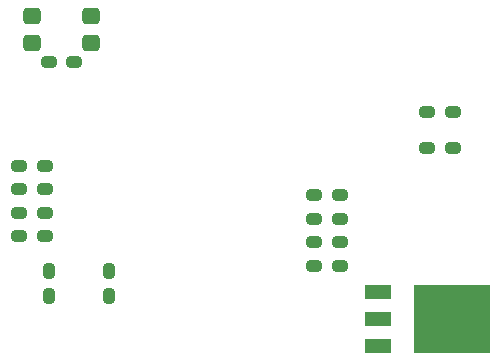
<source format=gbp>
G04 #@! TF.GenerationSoftware,KiCad,Pcbnew,7.0.9*
G04 #@! TF.CreationDate,2024-07-28T13:17:23+09:00*
G04 #@! TF.ProjectId,esp32ble_module,65737033-3262-46c6-955f-6d6f64756c65,rev?*
G04 #@! TF.SameCoordinates,Original*
G04 #@! TF.FileFunction,Paste,Bot*
G04 #@! TF.FilePolarity,Positive*
%FSLAX46Y46*%
G04 Gerber Fmt 4.6, Leading zero omitted, Abs format (unit mm)*
G04 Created by KiCad (PCBNEW 7.0.9) date 2024-07-28 13:17:23*
%MOMM*%
%LPD*%
G01*
G04 APERTURE LIST*
G04 Aperture macros list*
%AMRoundRect*
0 Rectangle with rounded corners*
0 $1 Rounding radius*
0 $2 $3 $4 $5 $6 $7 $8 $9 X,Y pos of 4 corners*
0 Add a 4 corners polygon primitive as box body*
4,1,4,$2,$3,$4,$5,$6,$7,$8,$9,$2,$3,0*
0 Add four circle primitives for the rounded corners*
1,1,$1+$1,$2,$3*
1,1,$1+$1,$4,$5*
1,1,$1+$1,$6,$7*
1,1,$1+$1,$8,$9*
0 Add four rect primitives between the rounded corners*
20,1,$1+$1,$2,$3,$4,$5,0*
20,1,$1+$1,$4,$5,$6,$7,0*
20,1,$1+$1,$6,$7,$8,$9,0*
20,1,$1+$1,$8,$9,$2,$3,0*%
G04 Aperture macros list end*
%ADD10RoundRect,0.237500X-0.400000X-0.237500X0.400000X-0.237500X0.400000X0.237500X-0.400000X0.237500X0*%
%ADD11RoundRect,0.237500X0.237500X-0.400000X0.237500X0.400000X-0.237500X0.400000X-0.237500X-0.400000X0*%
%ADD12RoundRect,0.237500X0.400000X0.237500X-0.400000X0.237500X-0.400000X-0.237500X0.400000X-0.237500X0*%
%ADD13RoundRect,0.292875X0.432125X-0.394625X0.432125X0.394625X-0.432125X0.394625X-0.432125X-0.394625X0*%
%ADD14R,2.200000X1.200000*%
%ADD15R,6.400000X5.800000*%
G04 APERTURE END LIST*
D10*
X150937500Y-58000000D03*
X153062500Y-58000000D03*
D11*
X133500000Y-64562500D03*
X133500000Y-62437500D03*
X128500000Y-64562500D03*
X128500000Y-62437500D03*
D10*
X150937500Y-62000000D03*
X153062500Y-62000000D03*
X160500000Y-52000000D03*
X162625000Y-52000000D03*
D12*
X128087500Y-57500000D03*
X125962500Y-57500000D03*
D13*
X127000000Y-43137500D03*
X127000000Y-40862500D03*
D10*
X160500000Y-49000000D03*
X162625000Y-49000000D03*
X150937500Y-56000000D03*
X153062500Y-56000000D03*
D14*
X156300000Y-68780000D03*
X156300000Y-66500000D03*
D15*
X162600000Y-66500000D03*
D14*
X156300000Y-64220000D03*
D12*
X128087500Y-53500000D03*
X125962500Y-53500000D03*
X128087500Y-59500000D03*
X125962500Y-59500000D03*
D13*
X132000000Y-43137500D03*
X132000000Y-40862500D03*
D12*
X128087500Y-55500000D03*
X125962500Y-55500000D03*
D10*
X150937500Y-60000000D03*
X153062500Y-60000000D03*
D12*
X130562500Y-44750000D03*
X128437500Y-44750000D03*
M02*

</source>
